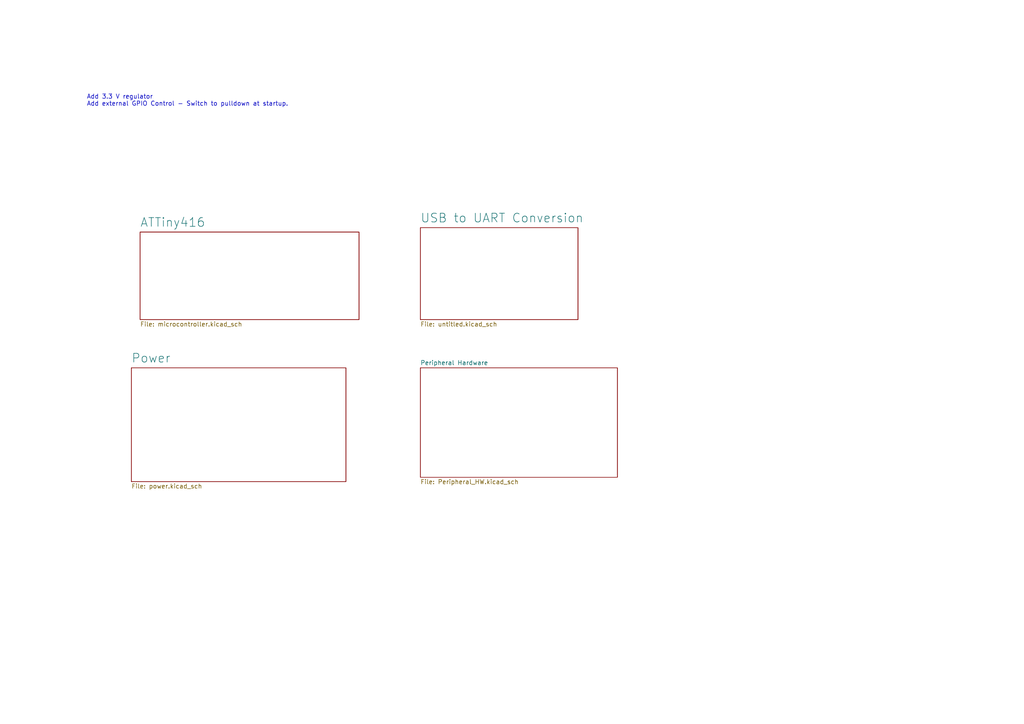
<source format=kicad_sch>
(kicad_sch
	(version 20231120)
	(generator "eeschema")
	(generator_version "8.0")
	(uuid "8c47beed-8808-471e-bc72-cbfa8140a79c")
	(paper "A4")
	(title_block
		(title "ATTiny416 Development Board")
		(date "2025-02-09")
		(rev "1")
	)
	(lib_symbols)
	(text "Add 3.3 V regulator\nAdd external GPIO Control - Switch to pulldown at startup."
		(exclude_from_sim no)
		(at 25.146 29.21 0)
		(effects
			(font
				(size 1.27 1.27)
			)
			(justify left)
		)
		(uuid "4ec7a189-4028-41b1-8c13-d7acbb757af0")
	)
	(sheet
		(at 121.92 106.68)
		(size 57.15 31.75)
		(fields_autoplaced yes)
		(stroke
			(width 0.1524)
			(type solid)
		)
		(fill
			(color 0 0 0 0.0000)
		)
		(uuid "2274d55a-1619-455e-b48f-9259afd0fc76")
		(property "Sheetname" "Peripheral Hardware"
			(at 121.92 105.9684 0)
			(effects
				(font
					(size 1.27 1.27)
				)
				(justify left bottom)
			)
		)
		(property "Sheetfile" "Peripheral_HW.kicad_sch"
			(at 121.92 139.0146 0)
			(effects
				(font
					(size 1.27 1.27)
				)
				(justify left top)
			)
		)
		(instances
			(project "ATTiny_416_Sensor_Board"
				(path "/8c47beed-8808-471e-bc72-cbfa8140a79c"
					(page "5")
				)
			)
		)
	)
	(sheet
		(at 121.92 66.04)
		(size 45.72 26.67)
		(fields_autoplaced yes)
		(stroke
			(width 0.1524)
			(type solid)
		)
		(fill
			(color 0 0 0 0.0000)
		)
		(uuid "7ac875c0-f59c-4c4b-82de-c33dee400292")
		(property "Sheetname" "USB to UART Conversion"
			(at 121.92 64.6934 0)
			(effects
				(font
					(size 2.54 2.54)
				)
				(justify left bottom)
			)
		)
		(property "Sheetfile" "untitled.kicad_sch"
			(at 121.92 93.2946 0)
			(effects
				(font
					(size 1.27 1.27)
				)
				(justify left top)
			)
		)
		(instances
			(project "ATTiny_416_Sensor_Board"
				(path "/8c47beed-8808-471e-bc72-cbfa8140a79c"
					(page "3")
				)
			)
		)
	)
	(sheet
		(at 40.64 67.31)
		(size 63.5 25.4)
		(fields_autoplaced yes)
		(stroke
			(width 0.1524)
			(type solid)
		)
		(fill
			(color 0 0 0 0.0000)
		)
		(uuid "c8db4cba-8a14-4212-ae0b-5284c3d45f58")
		(property "Sheetname" "ATTiny416"
			(at 40.64 65.9634 0)
			(effects
				(font
					(size 2.54 2.54)
				)
				(justify left bottom)
			)
		)
		(property "Sheetfile" "microcontroller.kicad_sch"
			(at 40.64 93.2946 0)
			(effects
				(font
					(size 1.27 1.27)
				)
				(justify left top)
			)
		)
		(instances
			(project "ATTiny_416_Sensor_Board"
				(path "/8c47beed-8808-471e-bc72-cbfa8140a79c"
					(page "2")
				)
			)
		)
	)
	(sheet
		(at 38.1 106.68)
		(size 62.23 33.02)
		(fields_autoplaced yes)
		(stroke
			(width 0.1524)
			(type solid)
		)
		(fill
			(color 0 0 0 0.0000)
		)
		(uuid "f5951707-f255-4389-93b5-f049cd350fcd")
		(property "Sheetname" "Power"
			(at 38.1 105.3334 0)
			(effects
				(font
					(size 2.54 2.54)
				)
				(justify left bottom)
			)
		)
		(property "Sheetfile" "power.kicad_sch"
			(at 38.1 140.2846 0)
			(effects
				(font
					(size 1.27 1.27)
				)
				(justify left top)
			)
		)
		(instances
			(project "ATTiny_416_Sensor_Board"
				(path "/8c47beed-8808-471e-bc72-cbfa8140a79c"
					(page "4")
				)
			)
		)
	)
	(sheet_instances
		(path "/"
			(page "1")
		)
	)
)

</source>
